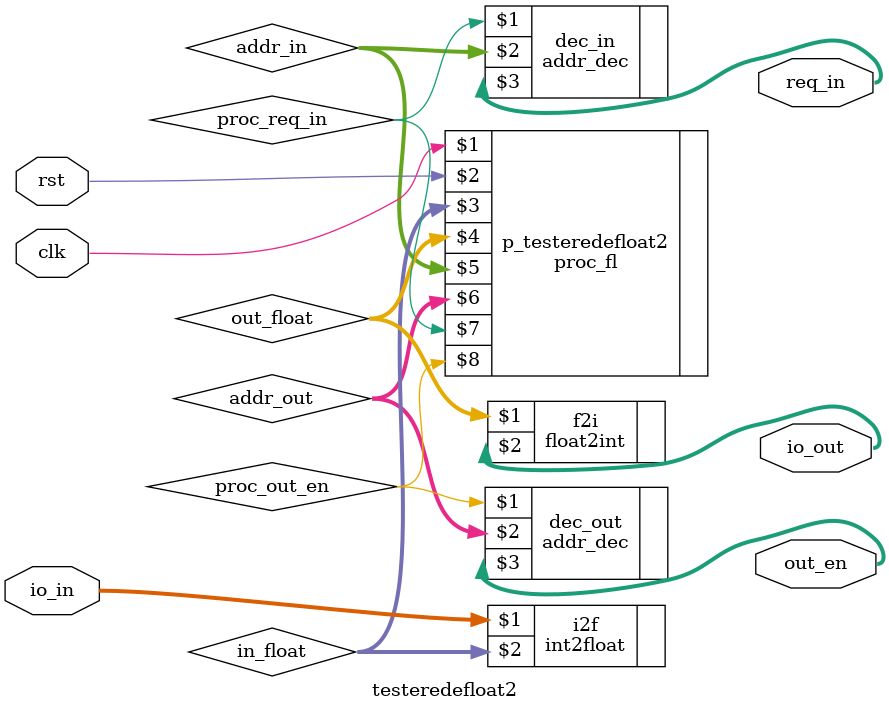
<source format=v>
module testeredefloat2 (
input clk, rst,
input signed [18:0] io_in,
output signed [27:0] io_out,
output [3:0] req_in,
output [3:0] out_en);

wire signed [27:0] in_float;
wire signed [27:0] out_float;

int2float #(.MAN(19),.EXP(8)) i2f (io_in, in_float);

wire proc_req_in, proc_out_en;
wire [1:0] addr_in;
wire [1:0] addr_out;

proc_fl #(.NBMANT(19),
.NBEXPO(8),
.MDATAS(32926),
.MINSTS(343),
.SDEPTH(4),
.NUIOIN(4),
.NUIOOU(4),
.NEG(1),
.MLT(1),
.ADD(1),
.LES(1),
.LAN(1),
.ABS(1),
.SRF(1),
.DFILE("C:/Users/LuccaViccini/Desktop/UFJF/IC/IC_Luciano/Rede_Neural/testeredefloat2/Hardware/testeredefloat2_H/testeredefloat2_data.mif"),
.IFILE("C:/Users/LuccaViccini/Desktop/UFJF/IC/IC_Luciano/Rede_Neural/testeredefloat2/Hardware/testeredefloat2_H/testeredefloat2_inst.mif")
) p_testeredefloat2 (clk, rst, in_float, out_float, addr_in, addr_out, proc_req_in, proc_out_en);

float2int #(.EXP(8),.MAN(19)) f2i (out_float, io_out);

addr_dec #(4) dec_in (proc_req_in, addr_in , req_in);
addr_dec #(4) dec_out(proc_out_en, addr_out, out_en);

endmodule

</source>
